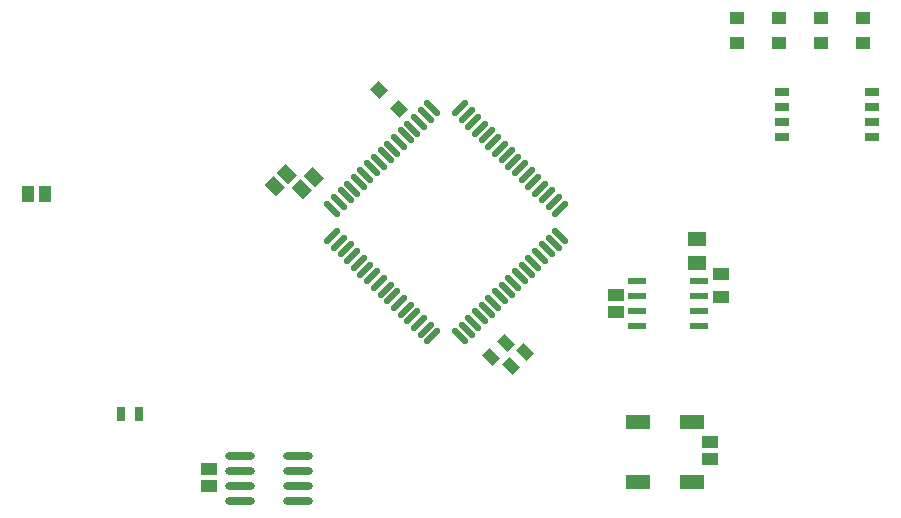
<source format=gtp>
G04*
G04 #@! TF.GenerationSoftware,Altium Limited,Altium Designer,19.1.8 (144)*
G04*
G04 Layer_Color=8421504*
%FSLAX23Y23*%
%MOIN*%
G70*
G01*
G75*
%ADD17R,0.031X0.047*%
%ADD18O,0.098X0.028*%
%ADD19R,0.053X0.043*%
%ADD20R,0.059X0.049*%
G04:AMPARAMS|DCode=21|XSize=51mil|YSize=33mil|CornerRadius=0mil|HoleSize=0mil|Usage=FLASHONLY|Rotation=135.000|XOffset=0mil|YOffset=0mil|HoleType=Round|Shape=Rectangle|*
%AMROTATEDRECTD21*
4,1,4,0.030,-0.006,0.006,-0.030,-0.030,0.006,-0.006,0.030,0.030,-0.006,0.0*
%
%ADD21ROTATEDRECTD21*%

G04:AMPARAMS|DCode=22|XSize=39mil|YSize=45mil|CornerRadius=0mil|HoleSize=0mil|Usage=FLASHONLY|Rotation=225.000|XOffset=0mil|YOffset=0mil|HoleType=Round|Shape=Rectangle|*
%AMROTATEDRECTD22*
4,1,4,-0.002,0.030,0.030,-0.002,0.002,-0.030,-0.030,0.002,-0.002,0.030,0.0*
%
%ADD22ROTATEDRECTD22*%

G04:AMPARAMS|DCode=23|XSize=53mil|YSize=43mil|CornerRadius=0mil|HoleSize=0mil|Usage=FLASHONLY|Rotation=315.000|XOffset=0mil|YOffset=0mil|HoleType=Round|Shape=Rectangle|*
%AMROTATEDRECTD23*
4,1,4,-0.034,0.004,-0.004,0.034,0.034,-0.004,0.004,-0.034,-0.034,0.004,0.0*
%
%ADD23ROTATEDRECTD23*%

%ADD24R,0.043X0.053*%
%ADD25R,0.055X0.041*%
%ADD26R,0.059X0.024*%
%ADD27R,0.083X0.051*%
%ADD28R,0.050X0.030*%
%ADD29R,0.047X0.043*%
G04:AMPARAMS|DCode=30|XSize=22mil|YSize=69mil|CornerRadius=0mil|HoleSize=0mil|Usage=FLASHONLY|Rotation=45.000|XOffset=0mil|YOffset=0mil|HoleType=Round|Shape=Round|*
%AMOVALD30*
21,1,0.047,0.022,0.000,0.000,135.0*
1,1,0.022,0.017,-0.017*
1,1,0.022,-0.017,0.017*
%
%ADD30OVALD30*%

G04:AMPARAMS|DCode=31|XSize=22mil|YSize=69mil|CornerRadius=0mil|HoleSize=0mil|Usage=FLASHONLY|Rotation=135.000|XOffset=0mil|YOffset=0mil|HoleType=Round|Shape=Round|*
%AMOVALD31*
21,1,0.047,0.022,0.000,0.000,225.0*
1,1,0.022,0.017,0.017*
1,1,0.022,-0.017,-0.017*
%
%ADD31OVALD31*%

D17*
X415Y360D02*
D03*
X475D02*
D03*
D18*
X1006Y70D02*
D03*
Y120D02*
D03*
Y170D02*
D03*
Y220D02*
D03*
X813Y70D02*
D03*
Y120D02*
D03*
Y170D02*
D03*
Y220D02*
D03*
D19*
X710Y177D02*
D03*
Y120D02*
D03*
X2065Y759D02*
D03*
Y701D02*
D03*
X2380Y210D02*
D03*
Y267D02*
D03*
D20*
X2335Y864D02*
D03*
Y946D02*
D03*
D21*
X1764Y569D02*
D03*
X1716Y521D02*
D03*
X1699Y599D02*
D03*
X1651Y551D02*
D03*
D22*
X1343Y1377D02*
D03*
X1277Y1443D02*
D03*
D23*
X930Y1120D02*
D03*
X970Y1160D02*
D03*
X1060Y1150D02*
D03*
X1020Y1110D02*
D03*
D24*
X164Y1095D02*
D03*
X106D02*
D03*
D25*
X2415Y827D02*
D03*
Y753D02*
D03*
D26*
X2136Y805D02*
D03*
Y755D02*
D03*
Y705D02*
D03*
Y655D02*
D03*
X2344D02*
D03*
Y705D02*
D03*
Y755D02*
D03*
Y805D02*
D03*
D27*
X2321Y135D02*
D03*
Y335D02*
D03*
X2139D02*
D03*
Y135D02*
D03*
D28*
X2920Y1285D02*
D03*
Y1335D02*
D03*
Y1385D02*
D03*
Y1435D02*
D03*
X2620D02*
D03*
Y1385D02*
D03*
Y1335D02*
D03*
Y1285D02*
D03*
D29*
X2890Y1681D02*
D03*
Y1599D02*
D03*
X2750Y1681D02*
D03*
Y1599D02*
D03*
X2610Y1680D02*
D03*
Y1597D02*
D03*
X2470Y1680D02*
D03*
Y1597D02*
D03*
D30*
X1120Y1046D02*
D03*
X1142Y1068D02*
D03*
X1165Y1090D02*
D03*
X1187Y1113D02*
D03*
X1209Y1135D02*
D03*
X1231Y1157D02*
D03*
X1254Y1180D02*
D03*
X1276Y1202D02*
D03*
X1298Y1224D02*
D03*
X1320Y1246D02*
D03*
X1343Y1269D02*
D03*
X1365Y1291D02*
D03*
X1387Y1313D02*
D03*
X1410Y1335D02*
D03*
X1432Y1358D02*
D03*
X1454Y1380D02*
D03*
X1880Y954D02*
D03*
X1858Y932D02*
D03*
X1835Y910D02*
D03*
X1813Y887D02*
D03*
X1791Y865D02*
D03*
X1769Y843D02*
D03*
X1746Y820D02*
D03*
X1724Y798D02*
D03*
X1702Y776D02*
D03*
X1680Y754D02*
D03*
X1657Y731D02*
D03*
X1635Y709D02*
D03*
X1613Y687D02*
D03*
X1590Y665D02*
D03*
X1568Y642D02*
D03*
X1546Y620D02*
D03*
D31*
Y1380D02*
D03*
X1568Y1358D02*
D03*
X1590Y1335D02*
D03*
X1613Y1313D02*
D03*
X1635Y1291D02*
D03*
X1657Y1269D02*
D03*
X1680Y1246D02*
D03*
X1702Y1224D02*
D03*
X1724Y1202D02*
D03*
X1746Y1180D02*
D03*
X1769Y1157D02*
D03*
X1791Y1135D02*
D03*
X1813Y1113D02*
D03*
X1835Y1090D02*
D03*
X1858Y1068D02*
D03*
X1880Y1046D02*
D03*
X1454Y620D02*
D03*
X1432Y642D02*
D03*
X1410Y665D02*
D03*
X1387Y687D02*
D03*
X1365Y709D02*
D03*
X1343Y731D02*
D03*
X1320Y754D02*
D03*
X1298Y776D02*
D03*
X1276Y798D02*
D03*
X1254Y820D02*
D03*
X1231Y843D02*
D03*
X1209Y865D02*
D03*
X1187Y887D02*
D03*
X1165Y910D02*
D03*
X1142Y932D02*
D03*
X1120Y954D02*
D03*
M02*

</source>
